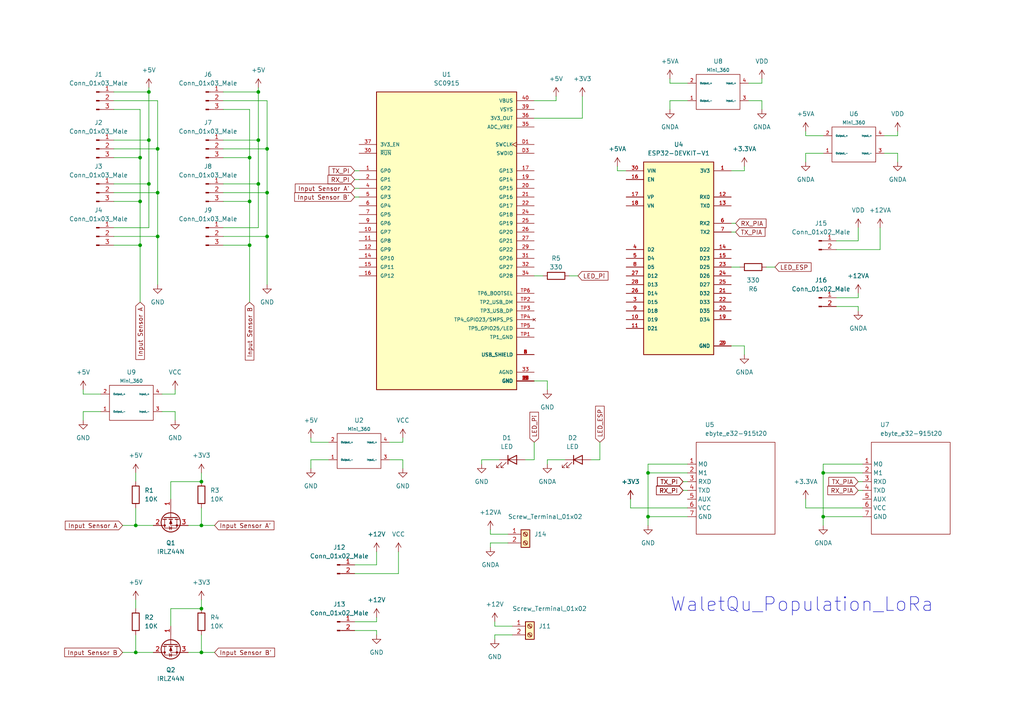
<source format=kicad_sch>
(kicad_sch (version 20211123) (generator eeschema)
  (paper "A4")
  (lib_symbols
    (symbol "Connector:Conn_01x02_Male" (pin_names (offset 1.016) hide)
      (property "Reference" "J" (at 0 2.54 0))
      (property "Value" "Conn_01x02_Male" (at 0 -5.08 0))
      (symbol "Conn_01x02_Male_1_1"
        (polyline (pts (xy 1.27 -2.54) (xy 0.8636 -2.54)) (stroke (width 0.1524)))
        (polyline (pts (xy 1.27 0) (xy 0.8636 0)) (stroke (width 0.1524)))
        (rectangle (start 0.8636 -2.413) (end 0 -2.667) (stroke (width 0.1524)) (fill (type outline)))
        (rectangle (start 0.8636 0.127) (end 0 -0.127) (stroke (width 0.1524)) (fill (type outline)))
        (pin passive line (at 5.08 0 180) (length 3.81) (name "Pin_1") (number "1"))
        (pin passive line (at 5.08 -2.54 180) (length 3.81) (name "Pin_2") (number "2"))
      )
    )
    (symbol "Connector:Conn_01x03_Male" (pin_names (offset 1.016) hide)
      (property "Reference" "J" (at 0 5.08 0))
      (property "Value" "Conn_01x03_Male" (at 0 -5.08 0))
      (symbol "Conn_01x03_Male_1_1"
        (polyline (pts (xy 1.27 -2.54) (xy 0.8636 -2.54)) (stroke (width 0.1524)))
        (polyline (pts (xy 1.27 0) (xy 0.8636 0)) (stroke (width 0.1524)))
        (polyline (pts (xy 1.27 2.54) (xy 0.8636 2.54)) (stroke (width 0.1524)))
        (rectangle (start 0.8636 -2.413) (end 0 -2.667) (stroke (width 0.1524)) (fill (type outline)))
        (rectangle (start 0.8636 0.127) (end 0 -0.127) (stroke (width 0.1524)) (fill (type outline)))
        (rectangle (start 0.8636 2.667) (end 0 2.413) (stroke (width 0.1524)) (fill (type outline)))
        (pin passive line (at 5.08 2.54 180) (length 3.81) (name "Pin_1") (number "1"))
        (pin passive line (at 5.08 0 180) (length 3.81) (name "Pin_2") (number "2"))
        (pin passive line (at 5.08 -2.54 180) (length 3.81) (name "Pin_3") (number "3"))
      )
    )
    (symbol "Connector:Screw_Terminal_01x02" (pin_names (offset 1.016) hide)
      (property "Reference" "J" (at 0 2.54 0))
      (property "Value" "Screw_Terminal_01x02" (at 0 -5.08 0))
      (symbol "Screw_Terminal_01x02_1_1"
        (rectangle (start -1.27 1.27) (end 1.27 -3.81) (stroke (width 0.254)) (fill (type background)))
        (circle (center 0 -2.54) (radius 0.635) (stroke (width 0.1524)))
        (polyline (pts (xy -0.5334 -2.2098) (xy 0.3302 -3.048)) (stroke (width 0.1524)))
        (polyline (pts (xy -0.5334 0.3302) (xy 0.3302 -0.508)) (stroke (width 0.1524)))
        (polyline (pts (xy -0.3556 -2.032) (xy 0.508 -2.8702)) (stroke (width 0.1524)))
        (polyline (pts (xy -0.3556 0.508) (xy 0.508 -0.3302)) (stroke (width 0.1524)))
        (circle (center 0 0) (radius 0.635) (stroke (width 0.1524)))
        (pin passive line (at -5.08 0 0) (length 3.81) (name "Pin_1") (number "1"))
        (pin passive line (at -5.08 -2.54 0) (length 3.81) (name "Pin_2") (number "2"))
      )
    )
    (symbol "Device:LED" (pin_numbers hide) (pin_names (offset 1.016) hide)
      (property "Reference" "D" (at 0 2.54 0))
      (property "Value" "LED" (at 0 -2.54 0))
      (symbol "LED_0_1"
        (polyline (pts (xy -1.27 -1.27) (xy -1.27 1.27)) (stroke (width 0.254)))
        (polyline (pts (xy -1.27 0) (xy 1.27 0)))
        (polyline (pts (xy 1.27 -1.27) (xy 1.27 1.27) (xy -1.27 0) (xy 1.27 -1.27)) (stroke (width 0.254)))
        (polyline (pts (xy -3.048 -0.762) (xy -4.572 -2.286) (xy -3.81 -2.286) (xy -4.572 -2.286) (xy -4.572 -1.524)))
        (polyline (pts (xy -1.778 -0.762) (xy -3.302 -2.286) (xy -2.54 -2.286) (xy -3.302 -2.286) (xy -3.302 -1.524)))
      )
      (symbol "LED_1_1"
        (pin passive line (at -3.81 0 0) (length 2.54) (name "K") (number "1"))
        (pin passive line (at 3.81 0 180) (length 2.54) (name "A") (number "2"))
      )
    )
    (symbol "Device:R" (pin_numbers hide) (pin_names (offset 0))
      (property "Reference" "R" (at 2.032 0 90))
      (property "Value" "R" (at 0 0 90))
      (symbol "R_0_1"
        (rectangle (start -1.016 -2.54) (end 1.016 2.54) (stroke (width 0.254)))
      )
      (symbol "R_1_1"
        (pin passive line (at 0 3.81 270) (length 1.27) (name "~") (number "1"))
        (pin passive line (at 0 -3.81 90) (length 1.27) (name "~") (number "2"))
      )
    )
    (symbol "ESP32-DEVKIT-V1:ESP32-DEVKIT-V1" (pin_names (offset 1.016))
      (property "Reference" "U" (at -10.16 30.48 0))
      (property "Value" "ESP32-DEVKIT-V1" (at -10.16 -30.48 0))
      (symbol "ESP32-DEVKIT-V1_0_0"
        (rectangle (start -10.16 -27.94) (end 10.16 27.94) (stroke (width 0.254)) (fill (type background)))
        (pin output line (at 15.24 25.4 180) (length 5.08) (name "3V3") (number "1"))
        (pin bidirectional line (at -15.24 -17.78 0) (length 5.08) (name "D19") (number "10"))
        (pin bidirectional line (at -15.24 -20.32 0) (length 5.08) (name "D21") (number "11"))
        (pin input line (at 15.24 17.78 180) (length 5.08) (name "RX0") (number "12"))
        (pin output line (at 15.24 15.24 180) (length 5.08) (name "TX0") (number "13"))
        (pin bidirectional line (at 15.24 2.54 180) (length 5.08) (name "D22") (number "14"))
        (pin bidirectional line (at 15.24 0 180) (length 5.08) (name "D23") (number "15"))
        (pin input line (at -15.24 22.86 0) (length 5.08) (name "EN") (number "16"))
        (pin bidirectional line (at -15.24 17.78 0) (length 5.08) (name "VP") (number "17"))
        (pin bidirectional line (at -15.24 15.24 0) (length 5.08) (name "VN") (number "18"))
        (pin bidirectional line (at 15.24 -17.78 180) (length 5.08) (name "D34") (number "19"))
        (pin power_in line (at 15.24 -25.4 180) (length 5.08) (name "GND") (number "2"))
        (pin bidirectional line (at 15.24 -15.24 180) (length 5.08) (name "D35") (number "20"))
        (pin bidirectional line (at 15.24 -10.16 180) (length 5.08) (name "D32") (number "21"))
        (pin bidirectional line (at 15.24 -12.7 180) (length 5.08) (name "D33") (number "22"))
        (pin bidirectional line (at 15.24 -2.54 180) (length 5.08) (name "D25") (number "23"))
        (pin bidirectional line (at 15.24 -5.08 180) (length 5.08) (name "D26") (number "24"))
        (pin bidirectional line (at 15.24 -7.62 180) (length 5.08) (name "D27") (number "25"))
        (pin bidirectional line (at -15.24 -10.16 0) (length 5.08) (name "D14") (number "26"))
        (pin bidirectional line (at -15.24 -5.08 0) (length 5.08) (name "D12") (number "27"))
        (pin bidirectional line (at -15.24 -7.62 0) (length 5.08) (name "D13") (number "28"))
        (pin power_in line (at 15.24 -25.4 180) (length 5.08) (name "GND") (number "29"))
        (pin bidirectional line (at -15.24 -12.7 0) (length 5.08) (name "D15") (number "3"))
        (pin input line (at -15.24 25.4 0) (length 5.08) (name "VIN") (number "30"))
        (pin bidirectional line (at -15.24 2.54 0) (length 5.08) (name "D2") (number "4"))
        (pin bidirectional line (at -15.24 0 0) (length 5.08) (name "D4") (number "5"))
        (pin input line (at 15.24 10.16 180) (length 5.08) (name "RX2") (number "6"))
        (pin output line (at 15.24 7.62 180) (length 5.08) (name "TX2") (number "7"))
        (pin bidirectional line (at -15.24 -2.54 0) (length 5.08) (name "D5") (number "8"))
        (pin bidirectional line (at -15.24 -15.24 0) (length 5.08) (name "D18") (number "9"))
      )
    )
    (symbol "LoRa:ebyte_e32-915t20"
      (property "Reference" "U" (at 0 19.05 0))
      (property "Value" "ebyte_e32-915t20" (at 0 16.51 0))
      (symbol "ebyte_e32-915t20_0_1"
        (rectangle (start -11.43 6.35) (end 11.43 -20.32))
      )
      (symbol "ebyte_e32-915t20_1_1"
        (pin free line (at -13.97 0 0) (length 2.54) (name "M0") (number "1"))
        (pin free line (at -13.97 -2.54 0) (length 2.54) (name "M1") (number "2"))
        (pin input line (at -13.97 -5.08 0) (length 2.54) (name "RXD") (number "3"))
        (pin output line (at -13.97 -7.62 0) (length 2.54) (name "TXD") (number "4"))
        (pin output line (at -13.97 -10.16 0) (length 2.54) (name "AUX") (number "5"))
        (pin input line (at -13.97 -12.7 0) (length 2.54) (name "VCC") (number "6"))
        (pin input line (at -13.97 -15.24 0) (length 2.54) (name "GND") (number "7"))
      )
    )
    (symbol "SC0915:SC0915" (pin_names (offset 1.016))
      (property "Reference" "U" (at -20.32 44.069 0))
      (property "Value" "SC0915" (at -20.32 -45.72 0))
      (symbol "SC0915_0_0"
        (rectangle (start -20.32 -43.18) (end 20.32 43.18) (stroke (width 0.254)) (fill (type background)))
        (pin bidirectional line (at -25.4 20.32 0) (length 5.08) (name "GP0") (number "1"))
        (pin bidirectional line (at -25.4 2.54 0) (length 5.08) (name "GP7") (number "10"))
        (pin bidirectional line (at -25.4 0 0) (length 5.08) (name "GP8") (number "11"))
        (pin bidirectional line (at -25.4 -2.54 0) (length 5.08) (name "GP9") (number "12"))
        (pin power_in line (at 25.4 -40.64 180) (length 5.08) (name "GND") (number "13"))
        (pin bidirectional line (at -25.4 -5.08 0) (length 5.08) (name "GP10") (number "14"))
        (pin bidirectional line (at -25.4 -7.62 0) (length 5.08) (name "GP11") (number "15"))
        (pin bidirectional line (at -25.4 -10.16 0) (length 5.08) (name "GP12") (number "16"))
        (pin bidirectional line (at 25.4 20.32 180) (length 5.08) (name "GP13") (number "17"))
        (pin power_in line (at 25.4 -40.64 180) (length 5.08) (name "GND") (number "18"))
        (pin bidirectional line (at 25.4 17.78 180) (length 5.08) (name "GP14") (number "19"))
        (pin bidirectional line (at -25.4 17.78 0) (length 5.08) (name "GP1") (number "2"))
        (pin bidirectional line (at 25.4 15.24 180) (length 5.08) (name "GP15") (number "20"))
        (pin bidirectional line (at 25.4 12.7 180) (length 5.08) (name "GP16") (number "21"))
        (pin bidirectional line (at 25.4 10.16 180) (length 5.08) (name "GP17") (number "22"))
        (pin power_in line (at 25.4 -40.64 180) (length 5.08) (name "GND") (number "23"))
        (pin bidirectional line (at 25.4 7.62 180) (length 5.08) (name "GP18") (number "24"))
        (pin bidirectional line (at 25.4 5.08 180) (length 5.08) (name "GP19") (number "25"))
        (pin bidirectional line (at 25.4 2.54 180) (length 5.08) (name "GP20") (number "26"))
        (pin bidirectional line (at 25.4 0 180) (length 5.08) (name "GP21") (number "27"))
        (pin power_in line (at 25.4 -40.64 180) (length 5.08) (name "GND") (number "28"))
        (pin bidirectional line (at 25.4 -2.54 180) (length 5.08) (name "GP22") (number "29"))
        (pin power_in line (at 25.4 -40.64 180) (length 5.08) (name "GND") (number "3"))
        (pin input line (at -25.4 25.4 0) (length 5.08) (name "~{RUN}") (number "30"))
        (pin bidirectional line (at 25.4 -5.08 180) (length 5.08) (name "GP26") (number "31"))
        (pin bidirectional line (at 25.4 -7.62 180) (length 5.08) (name "GP27") (number "32"))
        (pin power_in line (at 25.4 -38.1 180) (length 5.08) (name "AGND") (number "33"))
        (pin bidirectional line (at 25.4 -10.16 180) (length 5.08) (name "GP28") (number "34"))
        (pin power_in line (at 25.4 33.02 180) (length 5.08) (name "ADC_VREF") (number "35"))
        (pin power_in line (at 25.4 35.56 180) (length 5.08) (name "3V3_OUT") (number "36"))
        (pin input line (at -25.4 27.94 0) (length 5.08) (name "3V3_EN") (number "37"))
        (pin power_in line (at 25.4 -40.64 180) (length 5.08) (name "GND") (number "38"))
        (pin power_in line (at 25.4 38.1 180) (length 5.08) (name "VSYS") (number "39"))
        (pin bidirectional line (at -25.4 15.24 0) (length 5.08) (name "GP2") (number "4"))
        (pin power_in line (at 25.4 40.64 180) (length 5.08) (name "VBUS") (number "40"))
        (pin bidirectional line (at -25.4 12.7 0) (length 5.08) (name "GP3") (number "5"))
        (pin bidirectional line (at -25.4 10.16 0) (length 5.08) (name "GP4") (number "6"))
        (pin bidirectional line (at -25.4 7.62 0) (length 5.08) (name "GP5") (number "7"))
        (pin power_in line (at 25.4 -40.64 180) (length 5.08) (name "GND") (number "8"))
        (pin bidirectional line (at -25.4 5.08 0) (length 5.08) (name "GP6") (number "9"))
        (pin power_in line (at 25.4 -33.02 180) (length 5.08) (name "USB_SHIELD") (number "A"))
        (pin power_in line (at 25.4 -33.02 180) (length 5.08) (name "USB_SHIELD") (number "B"))
        (pin power_in line (at 25.4 -33.02 180) (length 5.08) (name "USB_SHIELD") (number "C"))
        (pin power_in line (at 25.4 -33.02 180) (length 5.08) (name "USB_SHIELD") (number "D"))
        (pin input clock (at 25.4 27.94 180) (length 5.08) (name "SWCLK") (number "D1"))
        (pin power_in line (at 25.4 -40.64 180) (length 5.08) (name "GND") (number "D2"))
        (pin bidirectional line (at 25.4 25.4 180) (length 5.08) (name "SWDIO") (number "D3"))
        (pin power_in line (at 25.4 -27.94 180) (length 5.08) (name "TP1_GND") (number "TP1"))
        (pin bidirectional line (at 25.4 -17.78 180) (length 5.08) (name "TP2_USB_DM") (number "TP2"))
        (pin bidirectional line (at 25.4 -20.32 180) (length 5.08) (name "TP3_USB_DP") (number "TP3"))
        (pin no_connect line (at 25.4 -22.86 180) (length 5.08) (name "TP4_GPIO23/SMPS_PS") (number "TP4"))
        (pin output line (at 25.4 -25.4 180) (length 5.08) (name "TP5_GPIO25/LED") (number "TP5"))
        (pin input line (at 25.4 -15.24 180) (length 5.08) (name "TP6_BOOTSEL") (number "TP6"))
      )
    )
    (symbol "Step_Down_Mini_360:Mini_360" (pin_names (offset 1.016))
      (property "Reference" "U8" (at 0 8.8646 0))
      (property "Value" "Mini_360" (at 0 6.7564 0))
      (symbol "Mini_360_0_1"
        (rectangle (start -6.35 5.08) (end 6.35 -5.08))
      )
      (symbol "Mini_360_1_1"
        (pin output line (at -8.89 2.54 0) (length 2.54) (name "Output_-") (number "1"))
        (pin output line (at -8.89 -2.54 0) (length 2.54) (name "Output_+") (number "2"))
        (pin input line (at 8.89 2.54 180) (length 2.54) (name "Input_-") (number "3"))
        (pin input line (at 8.89 -2.54 180) (length 2.54) (name "Input_+") (number "4"))
      )
    )
    (symbol "Transistor_FET:IRLZ44N" (pin_names hide)
      (property "Reference" "Q" (at 6.35 1.905 0))
      (property "Value" "IRLZ44N" (at 6.35 0 0))
      (symbol "IRLZ44N_0_1"
        (polyline (pts (xy 0.254 0) (xy -2.54 0)))
        (polyline (pts (xy 0.254 1.905) (xy 0.254 -1.905)) (stroke (width 0.254)))
        (polyline (pts (xy 0.762 -1.27) (xy 0.762 -2.286)) (stroke (width 0.254)))
        (polyline (pts (xy 0.762 0.508) (xy 0.762 -0.508)) (stroke (width 0.254)))
        (polyline (pts (xy 0.762 2.286) (xy 0.762 1.27)) (stroke (width 0.254)))
        (polyline (pts (xy 2.54 2.54) (xy 2.54 1.778)))
        (polyline (pts (xy 2.54 -2.54) (xy 2.54 0) (xy 0.762 0)))
        (polyline (pts (xy 0.762 -1.778) (xy 3.302 -1.778) (xy 3.302 1.778) (xy 0.762 1.778)))
        (polyline (pts (xy 1.016 0) (xy 2.032 0.381) (xy 2.032 -0.381) (xy 1.016 0)) (fill (type outline)))
        (polyline (pts (xy 2.794 0.508) (xy 2.921 0.381) (xy 3.683 0.381) (xy 3.81 0.254)))
        (polyline (pts (xy 3.302 0.381) (xy 2.921 -0.254) (xy 3.683 -0.254) (xy 3.302 0.381)))
        (circle (center 1.651 0) (radius 2.794) (stroke (width 0.254)))
        (circle (center 2.54 -1.778) (radius 0.254) (fill (type outline)))
        (circle (center 2.54 1.778) (radius 0.254) (fill (type outline)))
      )
      (symbol "IRLZ44N_1_1"
        (pin input line (at -5.08 0 0) (length 2.54) (name "G") (number "1"))
        (pin passive line (at 2.54 5.08 270) (length 2.54) (name "D") (number "2"))
        (pin passive line (at 2.54 -5.08 90) (length 2.54) (name "S") (number "3"))
      )
    )
    (symbol "power:+12V" (power) (pin_names (offset 0))
      (property "Value" "+12V" (at 0 3.556 0))
      (symbol "+12V_0_1"
        (polyline (pts (xy -0.762 1.27) (xy 0 2.54)))
        (polyline (pts (xy 0 0) (xy 0 2.54)))
        (polyline (pts (xy 0 2.54) (xy 0.762 1.27)))
      )
      (symbol "+12V_1_1"
        (pin power_in line (at 0 0 90) (length 0) hide (name "+12V") (number "1"))
      )
    )
    (symbol "power:+12VA" (power) (pin_names (offset 0))
      (property "Value" "+12VA" (at 0 3.556 0))
      (symbol "+12VA_0_1"
        (polyline (pts (xy -0.762 1.27) (xy 0 2.54)))
        (polyline (pts (xy 0 0) (xy 0 2.54)))
        (polyline (pts (xy 0 2.54) (xy 0.762 1.27)))
      )
      (symbol "+12VA_1_1"
        (pin power_in line (at 0 0 90) (length 0) hide (name "+12VA") (number "1"))
      )
    )
    (symbol "power:+3.3V" (power) (pin_names (offset 0))
      (property "Value" "+3.3V" (at 0 3.556 0))
      (symbol "+3.3V_0_1"
        (polyline (pts (xy -0.762 1.27) (xy 0 2.54)))
        (polyline (pts (xy 0 0) (xy 0 2.54)))
        (polyline (pts (xy 0 2.54) (xy 0.762 1.27)))
      )
      (symbol "+3.3V_1_1"
        (pin power_in line (at 0 0 90) (length 0) hide (name "+3V3") (number "1"))
      )
    )
    (symbol "power:+3.3VA" (power) (pin_names (offset 0))
      (property "Value" "+3.3VA" (at 0 3.556 0))
      (symbol "+3.3VA_0_1"
        (polyline (pts (xy -0.762 1.27) (xy 0 2.54)))
        (polyline (pts (xy 0 0) (xy 0 2.54)))
        (polyline (pts (xy 0 2.54) (xy 0.762 1.27)))
      )
      (symbol "+3.3VA_1_1"
        (pin power_in line (at 0 0 90) (length 0) hide (name "+3.3VA") (number "1"))
      )
    )
    (symbol "power:+5V" (power) (pin_names (offset 0))
      (property "Value" "+5V" (at 0 3.556 0))
      (symbol "+5V_0_1"
        (polyline (pts (xy -0.762 1.27) (xy 0 2.54)))
        (polyline (pts (xy 0 0) (xy 0 2.54)))
        (polyline (pts (xy 0 2.54) (xy 0.762 1.27)))
      )
      (symbol "+5V_1_1"
        (pin power_in line (at 0 0 90) (length 0) hide (name "+5V") (number "1"))
      )
    )
    (symbol "power:+5VA" (power) (pin_names (offset 0))
      (property "Value" "+5VA" (at 0 3.556 0))
      (symbol "+5VA_0_1"
        (polyline (pts (xy -0.762 1.27) (xy 0 2.54)))
        (polyline (pts (xy 0 0) (xy 0 2.54)))
        (polyline (pts (xy 0 2.54) (xy 0.762 1.27)))
      )
      (symbol "+5VA_1_1"
        (pin power_in line (at 0 0 90) (length 0) hide (name "+5VA") (number "1"))
      )
    )
    (symbol "power:GND" (power) (pin_names (offset 0))
      (property "Value" "GND" (at 0 -3.81 0))
      (symbol "GND_0_1"
        (polyline (pts (xy 0 0) (xy 0 -1.27) (xy 1.27 -1.27) (xy 0 -2.54) (xy -1.27 -1.27) (xy 0 -1.27)))
      )
      (symbol "GND_1_1"
        (pin power_in line (at 0 0 270) (length 0) hide (name "GND") (number "1"))
      )
    )
    (symbol "power:GNDA" (power) (pin_names (offset 0))
      (property "Value" "GNDA" (at 0 -3.81 0))
      (symbol "GNDA_0_1"
        (polyline (pts (xy 0 0) (xy 0 -1.27) (xy 1.27 -1.27) (xy 0 -2.54) (xy -1.27 -1.27) (xy 0 -1.27)))
      )
      (symbol "GNDA_1_1"
        (pin power_in line (at 0 0 270) (length 0) hide (name "GNDA") (number "1"))
      )
    )
    (symbol "power:VCC" (power) (pin_names (offset 0))
      (property "Value" "VCC" (at 0 3.81 0))
      (symbol "VCC_0_1"
        (polyline (pts (xy -0.762 1.27) (xy 0 2.54)))
        (polyline (pts (xy 0 0) (xy 0 2.54)))
        (polyline (pts (xy 0 2.54) (xy 0.762 1.27)))
      )
      (symbol "VCC_1_1"
        (pin power_in line (at 0 0 90) (length 0) hide (name "VCC") (number "1"))
      )
    )
    (symbol "power:VDD" (power) (pin_names (offset 0))
      (property "Value" "VDD" (at 0 3.81 0))
      (symbol "VDD_0_1"
        (polyline (pts (xy -0.762 1.27) (xy 0 2.54)))
        (polyline (pts (xy 0 0) (xy 0 2.54)))
        (polyline (pts (xy 0 2.54) (xy 0.762 1.27)))
      )
      (symbol "VDD_1_1"
        (pin power_in line (at 0 0 90) (length 0) hide (name "VDD") (number "1"))
      )
    )
  )
  (junction (at 45.72 43.18))
  (junction (at 58.42 176.53))
  (junction (at 187.96 149.86))
  (junction (at 58.42 189.23))
  (junction (at 187.96 137.16))
  (junction (at 43.18 26.67))
  (junction (at 58.42 152.4))
  (junction (at 43.18 53.34))
  (junction (at 39.37 189.23))
  (junction (at 74.93 26.67))
  (junction (at 74.93 53.34))
  (junction (at 58.42 139.7))
  (junction (at 72.39 58.42))
  (junction (at 40.64 45.72))
  (junction (at 72.39 71.12))
  (junction (at 72.39 45.72))
  (junction (at 43.18 40.64))
  (junction (at 39.37 152.4))
  (junction (at 77.47 43.18))
  (junction (at 40.64 71.12))
  (junction (at 238.76 137.16))
  (junction (at 74.93 40.64))
  (junction (at 77.47 68.58))
  (junction (at 40.64 58.42))
  (junction (at 77.47 55.88))
  (junction (at 45.72 68.58))
  (junction (at 45.72 55.88))
  (junction (at 238.76 149.86))
  (wire (pts (xy 220.98 31.75) (xy 220.98 29.21)))
  (wire (pts (xy 45.72 55.88) (xy 45.72 43.18)))
  (wire (pts (xy 220.98 29.21) (xy 217.17 29.21)))
  (wire (pts (xy 102.87 54.61) (xy 104.14 54.61)))
  (wire (pts (xy 238.76 134.62) (xy 250.19 134.62)))
  (wire (pts (xy 90.17 128.27) (xy 95.25 128.27)))
  (wire (pts (xy 49.53 176.53) (xy 49.53 181.61)))
  (wire (pts (xy 50.8 114.3) (xy 46.99 114.3)))
  (wire (pts (xy 40.64 58.42) (xy 40.64 45.72)))
  (wire (pts (xy 260.35 46.99) (xy 260.35 44.45)))
  (wire (pts (xy 50.8 113.03) (xy 50.8 114.3)))
  (wire (pts (xy 64.77 68.58) (xy 77.47 68.58)))
  (wire (pts (xy 238.76 149.86) (xy 238.76 137.16)))
  (wire (pts (xy 43.18 25.4) (xy 43.18 26.67)))
  (wire (pts (xy 187.96 134.62) (xy 199.39 134.62)))
  (wire (pts (xy 33.02 71.12) (xy 40.64 71.12)))
  (wire (pts (xy 50.8 121.92) (xy 50.8 119.38)))
  (wire (pts (xy 248.92 69.85) (xy 242.57 69.85)))
  (wire (pts (xy 64.77 53.34) (xy 74.93 53.34)))
  (wire (pts (xy 54.61 189.23) (xy 58.42 189.23)))
  (wire (pts (xy 72.39 31.75) (xy 64.77 31.75)))
  (wire (pts (xy 24.13 113.03) (xy 24.13 114.3)))
  (wire (pts (xy 116.84 128.27) (xy 113.03 128.27)))
  (wire (pts (xy 161.29 29.21) (xy 154.94 29.21)))
  (wire (pts (xy 179.07 49.53) (xy 181.61 49.53)))
  (wire (pts (xy 161.29 27.94) (xy 161.29 29.21)))
  (wire (pts (xy 58.42 189.23) (xy 58.42 184.15)))
  (wire (pts (xy 142.24 154.94) (xy 147.32 154.94)))
  (wire (pts (xy 45.72 29.21) (xy 33.02 29.21)))
  (wire (pts (xy 215.9 49.53) (xy 212.09 49.53)))
  (wire (pts (xy 168.91 34.29) (xy 154.94 34.29)))
  (wire (pts (xy 116.84 133.35) (xy 113.03 133.35)))
  (wire (pts (xy 248.92 88.9) (xy 248.92 90.17)))
  (wire (pts (xy 224.79 77.47) (xy 222.25 77.47)))
  (wire (pts (xy 45.72 43.18) (xy 45.72 29.21)))
  (wire (pts (xy 154.94 128.27) (xy 154.94 133.35)))
  (wire (pts (xy 242.57 88.9) (xy 248.92 88.9)))
  (wire (pts (xy 58.42 152.4) (xy 62.23 152.4)))
  (wire (pts (xy 58.42 137.16) (xy 58.42 139.7)))
  (wire (pts (xy 39.37 152.4) (xy 44.45 152.4)))
  (wire (pts (xy 115.57 160.02) (xy 115.57 166.37)))
  (wire (pts (xy 173.99 133.35) (xy 171.45 133.35)))
  (wire (pts (xy 64.77 66.04) (xy 74.93 66.04)))
  (wire (pts (xy 173.99 128.27) (xy 173.99 133.35)))
  (wire (pts (xy 33.02 26.67) (xy 43.18 26.67)))
  (wire (pts (xy 198.12 142.24) (xy 199.39 142.24)))
  (wire (pts (xy 49.53 139.7) (xy 49.53 144.78)))
  (wire (pts (xy 115.57 166.37) (xy 102.87 166.37)))
  (wire (pts (xy 212.09 67.31) (xy 213.36 67.31)))
  (wire (pts (xy 43.18 53.34) (xy 43.18 66.04)))
  (wire (pts (xy 102.87 57.15) (xy 104.14 57.15)))
  (wire (pts (xy 194.31 29.21) (xy 199.39 29.21)))
  (wire (pts (xy 158.75 134.62) (xy 158.75 133.35)))
  (wire (pts (xy 238.76 152.4) (xy 238.76 149.86)))
  (wire (pts (xy 215.9 48.26) (xy 215.9 49.53)))
  (wire (pts (xy 35.56 152.4) (xy 39.37 152.4)))
  (wire (pts (xy 74.93 53.34) (xy 74.93 66.04)))
  (wire (pts (xy 143.51 181.61) (xy 148.59 181.61)))
  (wire (pts (xy 158.75 110.49) (xy 154.94 110.49)))
  (wire (pts (xy 39.37 173.99) (xy 39.37 176.53)))
  (wire (pts (xy 187.96 149.86) (xy 187.96 137.16)))
  (wire (pts (xy 40.64 71.12) (xy 40.64 58.42)))
  (wire (pts (xy 72.39 58.42) (xy 72.39 45.72)))
  (wire (pts (xy 109.22 180.34) (xy 102.87 180.34)))
  (wire (pts (xy 58.42 139.7) (xy 49.53 139.7)))
  (wire (pts (xy 255.27 66.04) (xy 255.27 72.39)))
  (wire (pts (xy 40.64 31.75) (xy 33.02 31.75)))
  (wire (pts (xy 64.77 55.88) (xy 77.47 55.88)))
  (wire (pts (xy 233.68 44.45) (xy 238.76 44.45)))
  (wire (pts (xy 187.96 137.16) (xy 199.39 137.16)))
  (wire (pts (xy 233.68 147.32) (xy 250.19 147.32)))
  (wire (pts (xy 24.13 121.92) (xy 24.13 119.38)))
  (wire (pts (xy 139.7 134.62) (xy 139.7 133.35)))
  (wire (pts (xy 154.94 80.01) (xy 157.48 80.01)))
  (wire (pts (xy 74.93 40.64) (xy 74.93 53.34)))
  (wire (pts (xy 72.39 71.12) (xy 72.39 87.63)))
  (wire (pts (xy 233.68 38.1) (xy 233.68 39.37)))
  (wire (pts (xy 255.27 72.39) (xy 242.57 72.39)))
  (wire (pts (xy 45.72 68.58) (xy 45.72 82.55)))
  (wire (pts (xy 248.92 86.36) (xy 242.57 86.36)))
  (wire (pts (xy 33.02 45.72) (xy 40.64 45.72)))
  (wire (pts (xy 77.47 68.58) (xy 77.47 82.55)))
  (wire (pts (xy 24.13 114.3) (xy 29.21 114.3)))
  (wire (pts (xy 45.72 68.58) (xy 45.72 55.88)))
  (wire (pts (xy 33.02 58.42) (xy 40.64 58.42)))
  (wire (pts (xy 39.37 189.23) (xy 44.45 189.23)))
  (wire (pts (xy 116.84 135.89) (xy 116.84 133.35)))
  (wire (pts (xy 143.51 184.15) (xy 143.51 185.42)))
  (wire (pts (xy 260.35 38.1) (xy 260.35 39.37)))
  (wire (pts (xy 90.17 135.89) (xy 90.17 133.35)))
  (wire (pts (xy 158.75 133.35) (xy 163.83 133.35)))
  (wire (pts (xy 167.64 80.01) (xy 165.1 80.01)))
  (wire (pts (xy 64.77 45.72) (xy 72.39 45.72)))
  (wire (pts (xy 54.61 152.4) (xy 58.42 152.4)))
  (wire (pts (xy 39.37 137.16) (xy 39.37 139.7)))
  (wire (pts (xy 109.22 160.02) (xy 109.22 163.83)))
  (wire (pts (xy 116.84 127) (xy 116.84 128.27)))
  (wire (pts (xy 24.13 119.38) (xy 29.21 119.38)))
  (wire (pts (xy 102.87 49.53) (xy 104.14 49.53)))
  (wire (pts (xy 143.51 180.34) (xy 143.51 181.61)))
  (wire (pts (xy 64.77 58.42) (xy 72.39 58.42)))
  (wire (pts (xy 215.9 100.33) (xy 212.09 100.33)))
  (wire (pts (xy 35.56 189.23) (xy 39.37 189.23)))
  (wire (pts (xy 142.24 157.48) (xy 142.24 158.75)))
  (wire (pts (xy 260.35 44.45) (xy 256.54 44.45)))
  (wire (pts (xy 77.47 68.58) (xy 77.47 55.88)))
  (wire (pts (xy 212.09 64.77) (xy 213.36 64.77)))
  (wire (pts (xy 64.77 43.18) (xy 77.47 43.18)))
  (wire (pts (xy 187.96 152.4) (xy 187.96 149.86)))
  (wire (pts (xy 74.93 25.4) (xy 74.93 26.67)))
  (wire (pts (xy 194.31 31.75) (xy 194.31 29.21)))
  (wire (pts (xy 139.7 133.35) (xy 144.78 133.35)))
  (wire (pts (xy 33.02 40.64) (xy 43.18 40.64)))
  (wire (pts (xy 260.35 39.37) (xy 256.54 39.37)))
  (wire (pts (xy 58.42 152.4) (xy 58.42 147.32)))
  (wire (pts (xy 39.37 147.32) (xy 39.37 152.4)))
  (wire (pts (xy 58.42 176.53) (xy 49.53 176.53)))
  (wire (pts (xy 147.32 157.48) (xy 142.24 157.48)))
  (wire (pts (xy 77.47 43.18) (xy 77.47 29.21)))
  (wire (pts (xy 158.75 113.03) (xy 158.75 110.49)))
  (wire (pts (xy 77.47 55.88) (xy 77.47 43.18)))
  (wire (pts (xy 154.94 133.35) (xy 152.4 133.35)))
  (wire (pts (xy 72.39 71.12) (xy 72.39 58.42)))
  (wire (pts (xy 72.39 45.72) (xy 72.39 31.75)))
  (wire (pts (xy 109.22 182.88) (xy 109.22 184.15)))
  (wire (pts (xy 102.87 182.88) (xy 109.22 182.88)))
  (wire (pts (xy 248.92 66.04) (xy 248.92 69.85)))
  (wire (pts (xy 40.64 45.72) (xy 40.64 31.75)))
  (wire (pts (xy 233.68 144.78) (xy 233.68 147.32)))
  (wire (pts (xy 212.09 77.47) (xy 214.63 77.47)))
  (wire (pts (xy 168.91 27.94) (xy 168.91 34.29)))
  (wire (pts (xy 220.98 22.86) (xy 220.98 24.13)))
  (wire (pts (xy 74.93 26.67) (xy 74.93 40.64)))
  (wire (pts (xy 77.47 29.21) (xy 64.77 29.21)))
  (wire (pts (xy 39.37 184.15) (xy 39.37 189.23)))
  (wire (pts (xy 187.96 137.16) (xy 187.96 134.62)))
  (wire (pts (xy 194.31 24.13) (xy 199.39 24.13)))
  (wire (pts (xy 238.76 137.16) (xy 238.76 134.62)))
  (wire (pts (xy 248.92 85.09) (xy 248.92 86.36)))
  (wire (pts (xy 198.12 139.7) (xy 199.39 139.7)))
  (wire (pts (xy 248.92 142.24) (xy 250.19 142.24)))
  (wire (pts (xy 33.02 53.34) (xy 43.18 53.34)))
  (wire (pts (xy 109.22 179.07) (xy 109.22 180.34)))
  (wire (pts (xy 194.31 22.86) (xy 194.31 24.13)))
  (wire (pts (xy 238.76 137.16) (xy 250.19 137.16)))
  (wire (pts (xy 220.98 24.13) (xy 217.17 24.13)))
  (wire (pts (xy 33.02 55.88) (xy 45.72 55.88)))
  (wire (pts (xy 182.88 144.78) (xy 182.88 147.32)))
  (wire (pts (xy 64.77 40.64) (xy 74.93 40.64)))
  (wire (pts (xy 233.68 39.37) (xy 238.76 39.37)))
  (wire (pts (xy 43.18 40.64) (xy 43.18 53.34)))
  (wire (pts (xy 43.18 26.67) (xy 43.18 40.64)))
  (wire (pts (xy 64.77 26.67) (xy 74.93 26.67)))
  (wire (pts (xy 50.8 119.38) (xy 46.99 119.38)))
  (wire (pts (xy 58.42 173.99) (xy 58.42 176.53)))
  (wire (pts (xy 187.96 149.86) (xy 199.39 149.86)))
  (wire (pts (xy 64.77 71.12) (xy 72.39 71.12)))
  (wire (pts (xy 33.02 66.04) (xy 43.18 66.04)))
  (wire (pts (xy 102.87 52.07) (xy 104.14 52.07)))
  (wire (pts (xy 215.9 102.87) (xy 215.9 100.33)))
  (wire (pts (xy 90.17 133.35) (xy 95.25 133.35)))
  (wire (pts (xy 179.07 48.26) (xy 179.07 49.53)))
  (wire (pts (xy 90.17 127) (xy 90.17 128.27)))
  (wire (pts (xy 238.76 149.86) (xy 250.19 149.86)))
  (wire (pts (xy 109.22 163.83) (xy 102.87 163.83)))
  (wire (pts (xy 182.88 147.32) (xy 199.39 147.32)))
  (wire (pts (xy 33.02 43.18) (xy 45.72 43.18)))
  (wire (pts (xy 33.02 68.58) (xy 45.72 68.58)))
  (wire (pts (xy 233.68 46.99) (xy 233.68 44.45)))
  (wire (pts (xy 142.24 153.67) (xy 142.24 154.94)))
  (wire (pts (xy 248.92 139.7) (xy 250.19 139.7)))
  (wire (pts (xy 148.59 184.15) (xy 143.51 184.15)))
  (wire (pts (xy 58.42 189.23) (xy 62.23 189.23)))
  (wire (pts (xy 40.64 71.12) (xy 40.64 87.63)))
  (text "WaletQu_Population_LoRa" (at 194.31 177.8 0) (effects (font (size 4 4)) (justify left bottom)))
  (global_label "TX_PI" (shape input) (at 102.87 49.53 180) (property "Intersheet References" "${INTERSHEET_REFS}" (effects hide)))
  (global_label "LED_Pi" (shape input) (at 167.64 80.01 0) (property "Intersheet References" "${INTERSHEET_REFS}" (effects hide)))
  (global_label "Input Sensor A" (shape input) (at 35.56 152.4 180) (property "Intersheet References" "${INTERSHEET_REFS}" (effects hide)))
  (global_label "LED_ESP" (shape input) (at 173.99 128.27 90) (property "Intersheet References" "${INTERSHEET_REFS}" (effects hide)))
  (global_label "LED_Pi" (shape input) (at 154.94 128.27 90) (property "Intersheet References" "${INTERSHEET_REFS}" (effects hide)))
  (global_label "Input Sensor A'" (shape input) (at 62.23 152.4 0) (property "Intersheet References" "${INTERSHEET_REFS}" (effects hide)))
  (global_label "RX_PIA" (shape input) (at 248.92 142.24 180) (property "Intersheet References" "${INTERSHEET_REFS}" (effects hide)))
  (global_label "TX_PIA" (shape input) (at 248.92 139.7 180) (property "Intersheet References" "${INTERSHEET_REFS}" (effects hide)))
  (global_label "Input Sensor B'" (shape input) (at 102.87 57.15 180) (property "Intersheet References" "${INTERSHEET_REFS}" (effects hide)))
  (global_label "Input Sensor A" (shape input) (at 40.64 87.63 270) (property "Intersheet References" "${INTERSHEET_REFS}" (effects hide)))
  (global_label "Input Sensor B'" (shape input) (at 62.23 189.23 0) (property "Intersheet References" "${INTERSHEET_REFS}" (effects hide)))
  (global_label "RX_PI" (shape input) (at 102.87 52.07 180) (property "Intersheet References" "${INTERSHEET_REFS}" (effects hide)))
  (global_label "RX_PI" (shape input) (at 198.12 142.24 180) (property "Intersheet References" "${INTERSHEET_REFS}" (effects hide)))
  (global_label "Input Sensor A'" (shape input) (at 102.87 54.61 180) (property "Intersheet References" "${INTERSHEET_REFS}" (effects hide)))
  (global_label "RX_PIA" (shape input) (at 213.36 64.77 0) (property "Intersheet References" "${INTERSHEET_REFS}" (effects hide)))
  (global_label "RX_PI" (shape input) (at 198.12 142.24 180) (property "Intersheet References" "${INTERSHEET_REFS}" (effects hide)))
  (global_label "TX_PIA" (shape input) (at 213.36 67.31 0) (property "Intersheet References" "${INTERSHEET_REFS}" (effects hide)))
  (global_label "TX_PI" (shape input) (at 198.12 139.7 180) (property "Intersheet References" "${INTERSHEET_REFS}" (effects hide)))
  (global_label "Input Sensor B" (shape input) (at 35.56 189.23 180) (property "Intersheet References" "${INTERSHEET_REFS}" (effects hide)))
  (global_label "LED_ESP" (shape input) (at 224.79 77.47 0) (property "Intersheet References" "${INTERSHEET_REFS}" (effects hide)))
  (global_label "TX_PI" (shape input) (at 198.12 139.7 180) (property "Intersheet References" "${INTERSHEET_REFS}" (effects hide)))
  (global_label "Input Sensor B" (shape input) (at 72.39 87.63 270) (property "Intersheet References" "${INTERSHEET_REFS}" (effects hide)))
  (symbol (lib_id "power:+12V") (at 109.22 179.07 0) (unit 1)
    (property "Reference" "#PWR0123" (effects hide))
    (property "Value" "+12V" (at 109.22 173.99 0))
  )
  (symbol (lib_id "LoRa:ebyte_e32-915t20") (at 213.36 134.62 0) (unit 1)
    (property "Reference" "U5" (at 204.47 123.19 0) (effects (justify left)))
    (property "Value" "ebyte_e32-915t20" (at 204.47 125.73 0) (effects (justify left)))
    (property "Footprint" "LoRa_Module:LoRa_E32-915T20D" (effects hide))
  )
  (symbol (lib_id "Device:R") (at 218.44 77.47 270) (unit 1)
    (property "Reference" "R6" (at 218.44 83.82 90))
    (property "Value" "330" (at 218.44 81.28 90))
    (property "Footprint" "Resistor_THT:R_Axial_DIN0207_L6.3mm_D2.5mm_P10.16mm_Horizontal" (effects hide))
  )
  (symbol (lib_id "ESP32-DEVKIT-V1:ESP32-DEVKIT-V1") (at 196.85 74.93 0) (unit 1)
    (property "Reference" "U4" (at 196.85 41.91 0))
    (property "Value" "ESP32-DEVKIT-V1" (at 196.85 44.45 0))
    (property "Footprint" "Lib_Kicad:MODULE_ESP32_DEVKIT_V1" (effects hide))
    (property "PARTREV" "N/A" (effects hide))
    (property "MAXIMUM_PACKAGE_HEIGHT" "6.8 mm" (effects hide))
    (property "STANDARD" "Manufacturer Recommendations" (effects hide))
    (property "MANUFACTURER" "DOIT" (effects hide))
  )
  (symbol (lib_id "power:GNDA") (at 233.68 46.99 0) (unit 1)
    (property "Reference" "#PWR0140" (effects hide))
    (property "Value" "GNDA" (at 233.68 52.07 0))
  )
  (symbol (lib_id "power:+3.3V") (at 58.42 137.16 0) (unit 1)
    (property "Reference" "#PWR0110" (effects hide))
    (property "Value" "+3.3V" (at 58.42 132.08 0))
  )
  (symbol (lib_id "LoRa:ebyte_e32-915t20") (at 264.16 134.62 0) (unit 1)
    (property "Reference" "U7" (at 255.27 123.19 0) (effects (justify left)))
    (property "Value" "ebyte_e32-915t20" (at 255.27 125.73 0) (effects (justify left)))
    (property "Footprint" "LoRa_Module:LoRa_E32-915T20D" (effects hide))
  )
  (symbol (lib_id "power:GND") (at 139.7 134.62 0) (unit 1)
    (property "Reference" "#PWR0107" (effects hide))
    (property "Value" "GND" (at 139.7 139.7 0))
  )
  (symbol (lib_id "power:+5V") (at 90.17 127 0) (unit 1)
    (property "Reference" "#PWR0103" (effects hide))
    (property "Value" "+5V" (at 90.17 121.92 0))
  )
  (symbol (lib_id "Device:LED") (at 148.59 133.35 0) (unit 1)
    (property "Reference" "D1" (at 147.0025 127 0))
    (property "Value" "LED" (at 147.0025 129.54 0))
    (property "Footprint" "LED_THT:LED_D3.0mm_Horizontal_O6.35mm_Z10.0mm" (effects hide))
  )
  (symbol (lib_id "Connector:Conn_01x02_Male") (at 97.79 180.34 0) (unit 1)
    (property "Reference" "J13" (at 98.425 175.26 0))
    (property "Value" "Conn_01x02_Male" (at 98.425 177.8 0))
    (property "Footprint" "Connector_JST:JST_EH_B2B-EH-A_1x02_P2.50mm_Vertical" (effects hide))
  )
  (symbol (lib_id "power:GND") (at 24.13 121.92 0) (unit 1)
    (property "Reference" "#PWR0148" (effects hide))
    (property "Value" "GND" (at 24.13 127 0))
  )
  (symbol (lib_id "power:VCC") (at 116.84 127 0) (unit 1)
    (property "Reference" "#PWR0104" (effects hide))
    (property "Value" "VCC" (at 116.84 121.92 0))
  )
  (symbol (lib_id "power:VCC") (at 115.57 160.02 0) (unit 1)
    (property "Reference" "#PWR0118" (effects hide))
    (property "Value" "VCC" (at 115.57 154.94 0))
  )
  (symbol (lib_id "power:GNDA") (at 215.9 102.87 0) (unit 1)
    (property "Reference" "#PWR0128" (effects hide))
    (property "Value" "GNDA" (at 215.9 107.95 0))
  )
  (symbol (lib_id "Device:R") (at 58.42 180.34 0) (unit 1)
    (property "Reference" "R4" (at 60.96 179.0699 0) (effects (justify left)))
    (property "Value" "10K" (at 60.96 181.6099 0) (effects (justify left)))
    (property "Footprint" "Resistor_THT:R_Axial_DIN0207_L6.3mm_D2.5mm_P10.16mm_Horizontal" (effects hide))
  )
  (symbol (lib_id "power:+3.3V") (at 182.88 144.78 0) (unit 1)
    (property "Reference" "#PWR0109" (effects hide))
    (property "Value" "+3.3V" (at 182.88 139.7 0))
  )
  (symbol (lib_id "power:GNDA") (at 158.75 134.62 0) (unit 1)
    (property "Reference" "#PWR0141" (effects hide))
    (property "Value" "GNDA" (at 158.75 139.7 0))
  )
  (symbol (lib_id "power:GNDA") (at 142.24 158.75 0) (unit 1)
    (property "Reference" "#PWR0131" (effects hide))
    (property "Value" "GNDA" (at 142.24 163.83 0))
  )
  (symbol (lib_id "power:GND") (at 50.8 121.92 0) (unit 1)
    (property "Reference" "#PWR0149" (effects hide))
    (property "Value" "GND" (at 50.8 127 0))
  )
  (symbol (lib_id "power:GNDA") (at 220.98 31.75 0) (unit 1)
    (property "Reference" "#PWR0144" (effects hide))
    (property "Value" "GNDA" (at 220.98 36.83 0))
  )
  (symbol (lib_id "Connector:Conn_01x03_Male") (at 27.94 43.18 0) (unit 1)
    (property "Reference" "J2" (at 28.575 35.56 0))
    (property "Value" "Conn_01x03_Male" (at 28.575 38.1 0))
    (property "Footprint" "Connector_JST:JST_EH_B3B-EH-A_1x03_P2.50mm_Vertical" (effects hide))
  )
  (symbol (lib_id "power:+3.3VA") (at 215.9 48.26 0) (unit 1)
    (property "Reference" "#PWR0127" (effects hide))
    (property "Value" "+3.3VA" (at 215.9 43.18 0))
  )
  (symbol (lib_id "Connector:Conn_01x02_Male") (at 237.49 86.36 0) (unit 1)
    (property "Reference" "J16" (at 238.125 81.28 0))
    (property "Value" "Conn_01x02_Male" (at 238.125 83.82 0))
    (property "Footprint" "Connector_JST:JST_EH_B2B-EH-A_1x02_P2.50mm_Vertical" (effects hide))
  )
  (symbol (lib_id "Transistor_FET:IRLZ44N") (at 49.53 186.69 90) (mirror x) (unit 1)
    (property "Reference" "Q2" (at 49.53 194.31 90))
    (property "Value" "IRLZ44N" (at 49.53 196.85 90))
    (property "Footprint" "Package_TO_SOT_THT:TO-220-3_Vertical" (effects hide))
    (property "Datasheet" "http://www.irf.com/product-info/datasheets/data/irlz44n.pdf" (effects hide))
  )
  (symbol (lib_id "power:+12V") (at 109.22 160.02 0) (unit 1)
    (property "Reference" "#PWR0119" (effects hide))
    (property "Value" "+12V" (at 109.22 154.94 0))
  )
  (symbol (lib_id "power:+3.3V") (at 182.88 144.78 0) (unit 1)
    (property "Reference" "#PWR0124" (effects hide))
    (property "Value" "+3.3V" (at 182.88 139.7 0))
  )
  (symbol (lib_id "power:GND") (at 143.51 185.42 0) (unit 1)
    (property "Reference" "#PWR0121" (effects hide))
    (property "Value" "GND" (at 143.51 190.5 0))
  )
  (symbol (lib_id "Connector:Conn_01x02_Male") (at 97.79 163.83 0) (unit 1)
    (property "Reference" "J12" (at 98.425 158.75 0))
    (property "Value" "Conn_01x02_Male" (at 98.425 161.29 0))
    (property "Footprint" "Connector_JST:JST_EH_B2B-EH-A_1x02_P2.50mm_Vertical" (effects hide))
  )
  (symbol (lib_id "Connector:Conn_01x03_Male") (at 27.94 29.21 0) (unit 1)
    (property "Reference" "J1" (at 28.575 21.59 0))
    (property "Value" "Conn_01x03_Male" (at 28.575 24.13 0))
    (property "Footprint" "Connector_JST:JST_EH_B3B-EH-A_1x03_P2.50mm_Vertical" (effects hide))
  )
  (symbol (lib_id "power:GNDA") (at 238.76 152.4 0) (unit 1)
    (property "Reference" "#PWR0129" (effects hide))
    (property "Value" "GNDA" (at 238.76 157.48 0))
  )
  (symbol (lib_id "power:GND") (at 90.17 135.89 0) (unit 1)
    (property "Reference" "#PWR0101" (effects hide))
    (property "Value" "GND" (at 90.17 140.97 0))
  )
  (symbol (lib_id "Device:R") (at 39.37 180.34 0) (unit 1)
    (property "Reference" "R2" (at 41.91 179.0699 0) (effects (justify left)))
    (property "Value" "10K" (at 41.91 181.6099 0) (effects (justify left)))
    (property "Footprint" "Resistor_THT:R_Axial_DIN0207_L6.3mm_D2.5mm_P10.16mm_Horizontal" (effects hide))
  )
  (symbol (lib_id "Step_Down_Mini_360:Mini_360") (at 208.28 26.67 0) (mirror x) (unit 1)
    (property "Reference" "U8" (at 208.28 17.78 0))
    (property "Value" "Mini_360" (at 208.28 20.32 0) (effects (font (size 0.9906 0.9906))))
    (property "Footprint" "Step_Down_Mini_360:Mini_360_MP2307_TH" (effects hide))
    (property "Datasheet" "MP3207DN" (effects hide))
  )
  (symbol (lib_id "Connector:Screw_Terminal_01x02") (at 153.67 181.61 0) (unit 1)
    (property "Reference" "J11" (at 156.21 181.6099 0) (effects (justify left)))
    (property "Value" "Screw_Terminal_01x02" (at 148.59 176.53 0) (effects (justify left)))
    (property "Footprint" "TerminalBlock:TerminalBlock_bornier-2_P5.08mm" (effects hide))
  )
  (symbol (lib_id "Connector:Conn_01x03_Male") (at 59.69 29.21 0) (unit 1)
    (property "Reference" "J6" (at 60.325 21.59 0))
    (property "Value" "Conn_01x03_Male" (at 60.325 24.13 0))
    (property "Footprint" "Connector_JST:JST_EH_B3B-EH-A_1x03_P2.50mm_Vertical" (effects hide))
  )
  (symbol (lib_id "power:+5V") (at 24.13 113.03 0) (unit 1)
    (property "Reference" "#PWR0147" (effects hide))
    (property "Value" "+5V" (at 24.13 107.95 0))
  )
  (symbol (lib_id "power:+5V") (at 39.37 137.16 0) (unit 1)
    (property "Reference" "#PWR0113" (effects hide))
    (property "Value" "+5V" (at 39.37 132.08 0))
  )
  (symbol (lib_id "power:GND") (at 45.72 82.55 0) (unit 1)
    (property "Reference" "#PWR0115" (effects hide))
    (property "Value" "GND" (at 45.72 87.63 0))
  )
  (symbol (lib_id "power:VDD") (at 260.35 38.1 0) (unit 1)
    (property "Reference" "#PWR0137" (effects hide))
    (property "Value" "VDD" (at 260.35 33.02 0))
  )
  (symbol (lib_id "power:+12VA") (at 142.24 153.67 0) (unit 1)
    (property "Reference" "#PWR0132" (effects hide))
    (property "Value" "+12VA" (at 142.24 148.59 0))
  )
  (symbol (lib_id "power:GND") (at 116.84 135.89 0) (unit 1)
    (property "Reference" "#PWR0106" (effects hide))
    (property "Value" "GND" (at 116.84 140.97 0))
  )
  (symbol (lib_id "Step_Down_Mini_360:Mini_360") (at 247.65 41.91 0) (mirror x) (unit 1)
    (property "Reference" "U6" (at 247.65 33.02 0))
    (property "Value" "Mini_360" (at 247.65 35.56 0) (effects (font (size 0.9906 0.9906))))
    (property "Footprint" "Step_Down_Mini_360:Mini_360_MP2307" (effects hide))
    (property "Datasheet" "MP3207DN" (effects hide))
  )
  (symbol (lib_id "Connector:Conn_01x03_Male") (at 59.69 43.18 0) (unit 1)
    (property "Reference" "J7" (at 60.325 35.56 0))
    (property "Value" "Conn_01x03_Male" (at 60.325 38.1 0))
    (property "Footprint" "Connector_JST:JST_EH_B3B-EH-A_1x03_P2.50mm_Vertical" (effects hide))
  )
  (symbol (lib_id "power:+5V") (at 161.29 27.94 0) (unit 1)
    (property "Reference" "#PWR0105" (effects hide))
    (property "Value" "+5V" (at 161.29 22.86 0))
  )
  (symbol (lib_id "power:GNDA") (at 194.31 31.75 0) (unit 1)
    (property "Reference" "#PWR0143" (effects hide))
    (property "Value" "GNDA" (at 194.31 36.83 0))
  )
  (symbol (lib_id "power:GND") (at 187.96 152.4 0) (unit 1)
    (property "Reference" "#PWR0125" (effects hide))
    (property "Value" "GND" (at 187.96 157.48 0))
  )
  (symbol (lib_id "power:+3.3V") (at 58.42 173.99 0) (unit 1)
    (property "Reference" "#PWR0114" (effects hide))
    (property "Value" "+3.3V" (at 58.42 168.91 0))
  )
  (symbol (lib_id "SC0915:SC0915") (at 129.54 69.85 0) (unit 1)
    (property "Reference" "U1" (at 129.54 21.59 0))
    (property "Value" "SC0915" (at 129.54 24.13 0))
    (property "Footprint" "MODULE_SC0915" (effects hide))
    (property "STANDARD" "Manufacturer Recommendations" (effects hide))
    (property "MAXIMUM_PACKAGE_HEIGHT" "3.73mm" (effects hide))
    (property "MANUFACTURER" "Raspberry Pi" (effects hide))
    (property "PARTREV" "1.6" (effects hide))
  )
  (symbol (lib_id "power:+3.3VA") (at 233.68 144.78 0) (unit 1)
    (property "Reference" "#PWR0130" (effects hide))
    (property "Value" "+3.3VA" (at 233.68 139.7 0))
  )
  (symbol (lib_id "Connector:Conn_01x03_Male") (at 59.69 68.58 0) (unit 1)
    (property "Reference" "J9" (at 60.325 60.96 0))
    (property "Value" "Conn_01x03_Male" (at 60.325 63.5 0))
    (property "Footprint" "Connector_JST:JST_EH_B3B-EH-A_1x03_P2.50mm_Vertical" (effects hide))
  )
  (symbol (lib_id "power:+3.3V") (at 168.91 27.94 0) (unit 1)
    (property "Reference" "#PWR0102" (effects hide))
    (property "Value" "+3.3V" (at 168.91 22.86 0))
  )
  (symbol (lib_id "Step_Down_Mini_360:Mini_360") (at 38.1 116.84 0) (mirror x) (unit 1)
    (property "Reference" "U9" (at 38.1 107.95 0))
    (property "Value" "Mini_360" (at 38.1 110.49 0) (effects (font (size 0.9906 0.9906))))
    (property "Footprint" "Step_Down_Mini_360:Mini_360_MP2307_TH" (effects hide))
    (property "Datasheet" "MP3207DN" (effects hide))
  )
  (symbol (lib_id "Device:R") (at 39.37 143.51 0) (unit 1)
    (property "Reference" "R1" (at 41.91 142.2399 0) (effects (justify left)))
    (property "Value" "10K" (at 41.91 144.7799 0) (effects (justify left)))
    (property "Footprint" "Resistor_THT:R_Axial_DIN0207_L6.3mm_D2.5mm_P10.16mm_Horizontal" (effects hide))
  )
  (symbol (lib_id "power:VCC") (at 50.8 113.03 0) (unit 1)
    (property "Reference" "#PWR0146" (effects hide))
    (property "Value" "VCC" (at 50.8 107.95 0))
  )
  (symbol (lib_id "Device:LED") (at 167.64 133.35 0) (unit 1)
    (property "Reference" "D2" (at 166.0525 127 0))
    (property "Value" "LED" (at 166.0525 129.54 0))
    (property "Footprint" "LED_THT:LED_D3.0mm_Horizontal_O6.35mm_Z10.0mm" (effects hide))
  )
  (symbol (lib_id "power:+5VA") (at 179.07 48.26 0) (unit 1)
    (property "Reference" "#PWR0126" (effects hide))
    (property "Value" "+5VA" (at 179.07 43.18 0))
  )
  (symbol (lib_id "Connector:Conn_01x02_Male") (at 237.49 69.85 0) (unit 1)
    (property "Reference" "J15" (at 238.125 64.77 0))
    (property "Value" "Conn_01x02_Male" (at 238.125 67.31 0))
    (property "Footprint" "Connector_JST:JST_EH_B2B-EH-A_1x02_P2.50mm_Vertical" (effects hide))
  )
  (symbol (lib_id "Connector:Screw_Terminal_01x02") (at 152.4 154.94 0) (unit 1)
    (property "Reference" "J14" (at 154.94 154.9399 0) (effects (justify left)))
    (property "Value" "Screw_Terminal_01x02" (at 147.32 149.86 0) (effects (justify left)))
    (property "Footprint" "TerminalBlock:TerminalBlock_bornier-2_P5.08mm" (effects hide))
  )
  (symbol (lib_id "power:+12V") (at 143.51 180.34 0) (unit 1)
    (property "Reference" "#PWR0120" (effects hide))
    (property "Value" "+12V" (at 143.51 175.26 0))
  )
  (symbol (lib_id "power:+5VA") (at 233.68 38.1 0) (unit 1)
    (property "Reference" "#PWR0139" (effects hide))
    (property "Value" "+5VA" (at 233.68 33.02 0))
  )
  (symbol (lib_id "Step_Down_Mini_360:Mini_360") (at 104.14 130.81 0) (mirror x) (unit 1)
    (property "Reference" "U2" (at 104.14 121.92 0))
    (property "Value" "Mini_360" (at 104.14 124.46 0) (effects (font (size 0.9906 0.9906))))
    (property "Footprint" "Step_Down_Mini_360:Mini_360_MP2307" (effects hide))
    (property "Datasheet" "MP3207DN" (effects hide))
  )
  (symbol (lib_id "power:+5V") (at 39.37 173.99 0) (unit 1)
    (property "Reference" "#PWR0112" (effects hide))
    (property "Value" "+5V" (at 39.37 168.91 0))
  )
  (symbol (lib_id "power:+5V") (at 43.18 25.4 0) (unit 1)
    (property "Reference" "#PWR0117" (effects hide))
    (property "Value" "+5V" (at 43.18 20.32 0))
  )
  (symbol (lib_id "power:+5V") (at 74.93 25.4 0) (unit 1)
    (property "Reference" "#PWR0116" (effects hide))
    (property "Value" "+5V" (at 74.93 20.32 0))
  )
  (symbol (lib_id "power:+12VA") (at 248.92 85.09 0) (unit 1)
    (property "Reference" "#PWR0134" (effects hide))
    (property "Value" "+12VA" (at 248.92 80.01 0))
  )
  (symbol (lib_id "power:+12VA") (at 255.27 66.04 0) (unit 1)
    (property "Reference" "#PWR0135" (effects hide))
    (property "Value" "+12VA" (at 255.27 60.96 0))
  )
  (symbol (lib_id "Device:R") (at 161.29 80.01 270) (unit 1)
    (property "Reference" "R5" (at 161.29 74.93 90))
    (property "Value" "330" (at 161.29 77.47 90))
    (property "Footprint" "Resistor_THT:R_Axial_DIN0207_L6.3mm_D2.5mm_P10.16mm_Horizontal" (effects hide))
  )
  (symbol (lib_id "power:GNDA") (at 260.35 46.99 0) (unit 1)
    (property "Reference" "#PWR0138" (effects hide))
    (property "Value" "GNDA" (at 260.35 52.07 0))
  )
  (symbol (lib_id "power:GND") (at 158.75 113.03 0) (unit 1)
    (property "Reference" "#PWR0108" (effects hide))
    (property "Value" "GND" (at 158.75 118.11 0))
  )
  (symbol (lib_id "Connector:Conn_01x03_Male") (at 27.94 68.58 0) (unit 1)
    (property "Reference" "J4" (at 28.575 60.96 0))
    (property "Value" "Conn_01x03_Male" (at 28.575 63.5 0))
    (property "Footprint" "Connector_JST:JST_EH_B3B-EH-A_1x03_P2.50mm_Vertical" (effects hide))
  )
  (symbol (lib_id "power:VDD") (at 248.92 66.04 0) (unit 1)
    (property "Reference" "#PWR0136" (effects hide))
    (property "Value" "VDD" (at 248.92 60.96 0))
  )
  (symbol (lib_id "Transistor_FET:IRLZ44N") (at 49.53 149.86 90) (mirror x) (unit 1)
    (property "Reference" "Q1" (at 49.53 157.48 90))
    (property "Value" "IRLZ44N" (at 49.53 160.02 90))
    (property "Footprint" "Package_TO_SOT_THT:TO-220-3_Vertical" (effects hide))
    (property "Datasheet" "http://www.irf.com/product-info/datasheets/data/irlz44n.pdf" (effects hide))
  )
  (symbol (lib_id "power:VDD") (at 220.98 22.86 0) (unit 1)
    (property "Reference" "#PWR0145" (effects hide))
    (property "Value" "VDD" (at 220.98 17.78 0))
  )
  (symbol (lib_id "Device:R") (at 58.42 143.51 0) (unit 1)
    (property "Reference" "R3" (at 60.96 142.2399 0) (effects (justify left)))
    (property "Value" "10K" (at 60.96 144.7799 0) (effects (justify left)))
    (property "Footprint" "Resistor_THT:R_Axial_DIN0207_L6.3mm_D2.5mm_P10.16mm_Horizontal" (effects hide))
  )
  (symbol (lib_id "power:GNDA") (at 248.92 90.17 0) (unit 1)
    (property "Reference" "#PWR0133" (effects hide))
    (property "Value" "GNDA" (at 248.92 95.25 0))
  )
  (symbol (lib_id "Connector:Conn_01x03_Male") (at 27.94 55.88 0) (unit 1)
    (property "Reference" "J3" (at 28.575 48.26 0))
    (property "Value" "Conn_01x03_Male" (at 28.575 50.8 0))
    (property "Footprint" "Connector_JST:JST_EH_B3B-EH-A_1x03_P2.50mm_Vertical" (effects hide))
  )
  (symbol (lib_id "Connector:Conn_01x03_Male") (at 59.69 55.88 0) (unit 1)
    (property "Reference" "J8" (at 60.325 48.26 0))
    (property "Value" "Conn_01x03_Male" (at 60.325 50.8 0))
    (property "Footprint" "Connector_JST:JST_EH_B3B-EH-A_1x03_P2.50mm_Vertical" (effects hide))
  )
  (symbol (lib_id "power:GND") (at 109.22 184.15 0) (unit 1)
    (property "Reference" "#PWR0122" (effects hide))
    (property "Value" "GND" (at 109.22 189.23 0))
  )
  (symbol (lib_id "power:+5VA") (at 194.31 22.86 0) (unit 1)
    (property "Reference" "#PWR0142" (effects hide))
    (property "Value" "+5VA" (at 194.31 17.78 0))
  )
  (symbol (lib_id "power:GND") (at 77.47 82.55 0) (unit 1)
    (property "Reference" "#PWR0111" (effects hide))
    (property "Value" "GND" (at 77.47 87.63 0))
  )
)
</source>
